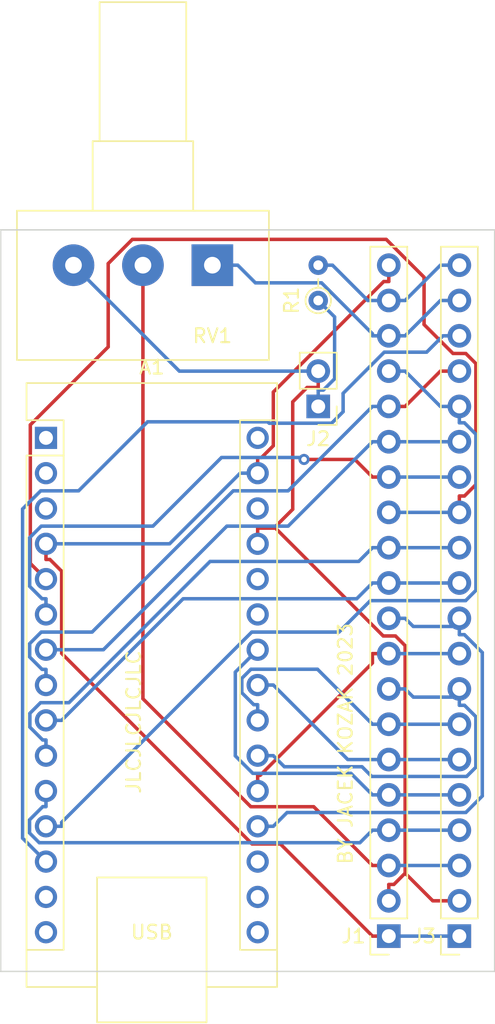
<source format=kicad_pcb>
(kicad_pcb (version 20221018) (generator pcbnew)
  (layers (0 "F.Cu" signal) (31 "B.Cu" signal) (34 "B.Paste" user) (35 "F.Paste" user) (36 "B.SilkS" user "B.Silkscreen") (37 "F.SilkS" user "F.Silkscreen") (38 "B.Mask" user) (39 "F.Mask" user) (44 "Edge.Cuts" user))
  (net 0 "")
  (net 4 "GND")
  (net 5 "DB7")
  (net 6 "CS1")
  (net 7 "CS2")
  (net 8 "DB4")
  (net 9 "DB5")
  (net 10 "RS")
  (net 11 "RST")
  (net 17 "DB3")
  (net 18 "DB2")
  (net 19 "DB1")
  (net 20 "DB0")
  (net 21 "E")
  (net 22 "RW")
  (net 25 "+5V")
  (net 28 "V0")
  (net 29 "DB6")
  (net 30 "VEE")
  (net 31 "LED+")
  (net 32 "Net-(J2-Pin_1)")
  (net 33 "CS3")
  (footprint "Potentiometer_THT:Potentiometer_Alps_RK163_Single_Horizontal" (layer "F.Cu") (at 66.04 43.18 -90)
    (fp_text reference "RV1" (at 5.08 0 -180) (layer "F.SilkS"))
    (fp_text value "10k")
    (fp_line (start -18.92 8.12) (end -18.92 1.88) (stroke (width 0.12)) (layer "F.SilkS"))
    (fp_line (start -8.92 1.88) (end -18.92 1.88) (stroke (width 0.12)) (layer "F.SilkS"))
    (fp_line (start -8.92 8.12) (end -18.92 8.12) (stroke (width 0.12)) (layer "F.SilkS"))
    (fp_line (start -8.92 8.62) (end -8.92 1.38) (stroke (width 0.12)) (layer "F.SilkS"))
    (fp_line (start -3.92 1.38) (end -8.92 1.38) (stroke (width 0.12)) (layer "F.SilkS"))
    (fp_line (start -3.92 8.62) (end -8.92 8.62) (stroke (width 0.12)) (layer "F.SilkS"))
    (fp_line (start -3.92 14.07) (end -3.92 -4.07) (stroke (width 0.12)) (layer "F.SilkS"))
    (fp_line (start 6.82 -4.07) (end -3.92 -4.07) (stroke (width 0.12)) (layer "F.SilkS"))
    (fp_line (start 6.82 14.07) (end -3.92 14.07) (stroke (width 0.12)) (layer "F.SilkS"))
    (fp_line (start 6.82 14.07) (end 6.82 -4.07) (stroke (width 0.12)) (layer "F.SilkS"))
    (pad "1" thru_hole rect (at 0 0 90) (size 3 3) (drill 1.2) (layers "*.Cu" "*.Mask") (net 30 "VEE"))
    (pad "2" thru_hole circle (at 0 5 90) (size 3 3) (drill 1.2) (layers "*.Cu" "*.Mask") (net 28 "V0"))
    (pad "3" thru_hole circle (at 0 10 90) (size 3 3) (drill 1.2) (layers "*.Cu" "*.Mask") (net 25 "+5V"))
  )
  (footprint "Connector_PinSocket_2.54mm:PinSocket_1x20_P2.54mm_Vertical" (layer "F.Cu") (at 83.82 91.44 180)
    (fp_text reference "J3" (at 2.54 0) (layer "F.SilkS"))
    (fp_text value "192x64")
    (fp_line (start -1.33 1.27) (end -1.33 49.59) (stroke (width 0.12)) (layer "F.SilkS"))
    (fp_line (start -1.33 1.27) (end 1.33 1.27) (stroke (width 0.12)) (layer "F.SilkS"))
    (fp_line (start -1.33 49.59) (end 1.33 49.59) (stroke (width 0.12)) (layer "F.SilkS"))
    (fp_line (start 0 -1.33) (end 1.33 -1.33) (stroke (width 0.12)) (layer "F.SilkS"))
    (fp_line (start 1.33 -1.33) (end 1.33 0) (stroke (width 0.12)) (layer "F.SilkS"))
    (fp_line (start 1.33 1.27) (end 1.33 49.59) (stroke (width 0.12)) (layer "F.SilkS"))
    (pad "1" thru_hole rect (at 0 0 180) (size 1.7 1.7) (drill 1) (layers "*.Cu" "*.Mask") (net 4 "GND"))
    (pad "2" thru_hole oval (at 0 2.54 180) (size 1.7 1.7) (drill 1) (layers "*.Cu" "*.Mask") (net 25 "+5V"))
    (pad "3" thru_hole oval (at 0 5.08 180) (size 1.7 1.7) (drill 1) (layers "*.Cu" "*.Mask") (net 28 "V0"))
    (pad "4" thru_hole oval (at 0 7.62 180) (size 1.7 1.7) (drill 1) (layers "*.Cu" "*.Mask") (net 10 "RS"))
    (pad "5" thru_hole oval (at 0 10.16 180) (size 1.7 1.7) (drill 1) (layers "*.Cu" "*.Mask") (net 22 "RW"))
    (pad "6" thru_hole oval (at 0 12.7 180) (size 1.7 1.7) (drill 1) (layers "*.Cu" "*.Mask") (net 21 "E"))
    (pad "7" thru_hole oval (at 0 15.24 180) (size 1.7 1.7) (drill 1) (layers "*.Cu" "*.Mask") (net 20 "DB0"))
    (pad "8" thru_hole oval (at 0 17.78 180) (size 1.7 1.7) (drill 1) (layers "*.Cu" "*.Mask") (net 19 "DB1"))
    (pad "9" thru_hole oval (at 0 20.32 180) (size 1.7 1.7) (drill 1) (layers "*.Cu" "*.Mask") (net 18 "DB2"))
    (pad "10" thru_hole oval (at 0 22.86 180) (size 1.7 1.7) (drill 1) (layers "*.Cu" "*.Mask") (net 17 "DB3"))
    (pad "11" thru_hole oval (at 0 25.4 180) (size 1.7 1.7) (drill 1) (layers "*.Cu" "*.Mask") (net 8 "DB4"))
    (pad "12" thru_hole oval (at 0 27.94 180) (size 1.7 1.7) (drill 1) (layers "*.Cu" "*.Mask") (net 9 "DB5"))
    (pad "13" thru_hole oval (at 0 30.48 180) (size 1.7 1.7) (drill 1) (layers "*.Cu" "*.Mask") (net 29 "DB6"))
    (pad "14" thru_hole oval (at 0 33.02 180) (size 1.7 1.7) (drill 1) (layers "*.Cu" "*.Mask") (net 5 "DB7"))
    (pad "15" thru_hole oval (at 0 35.56 180) (size 1.7 1.7) (drill 1) (layers "*.Cu" "*.Mask") (net 6 "CS1"))
    (pad "16" thru_hole oval (at 0 38.1 180) (size 1.7 1.7) (drill 1) (layers "*.Cu" "*.Mask") (net 11 "RST"))
    (pad "17" thru_hole oval (at 0 40.64 180) (size 1.7 1.7) (drill 1) (layers "*.Cu" "*.Mask") (net 7 "CS2"))
    (pad "18" thru_hole oval (at 0 43.18 180) (size 1.7 1.7) (drill 1) (layers "*.Cu" "*.Mask") (net 33 "CS3"))
    (pad "19" thru_hole oval (at 0 45.72 180) (size 1.7 1.7) (drill 1) (layers "*.Cu" "*.Mask") (net 30 "VEE"))
    (pad "20" thru_hole oval (at 0 48.26 180) (size 1.7 1.7) (drill 1) (layers "*.Cu" "*.Mask") (net 31 "LED+"))
  )
  (footprint "Resistor_THT:R_Axial_DIN0204_L3.6mm_D1.6mm_P2.54mm_Vertical" (layer "F.Cu") (at 73.66 45.72 90)
    (fp_text reference "R1" (at 0 -1.92 90) (layer "F.SilkS"))
    (fp_text value "R")
    (fp_line (start 0.92 0) (end 1.54 0) (stroke (width 0.12)) (layer "F.SilkS"))
    (fp_circle (center 0 0) (end 0.92 0) (stroke (width 0.12)) (fill none) (layer "F.SilkS"))
    (pad "1" thru_hole circle (at 0 0 90) (size 1.4 1.4) (drill 0.7) (layers "*.Cu" "*.Mask") (net 32 "Net-(J2-Pin_1)"))
    (pad "2" thru_hole oval (at 2.54 0 90) (size 1.4 1.4) (drill 0.7) (layers "*.Cu" "*.Mask") (net 31 "LED+"))
  )
  (footprint "Module:Arduino_Nano" (layer "F.Cu") (at 54.06 55.6)
    (fp_text reference "A1" (at 7.62 -5.08) (layer "F.SilkS"))
    (fp_text value "Arduino_Nano_v3.x")
    (fp_text user "USB" (at 7.62 35.56 unlocked) (layer "F.SilkS"))
    (fp_line (start -1.4 -3.94) (end -1.4 -1.27) (stroke (width 0.12)) (layer "F.SilkS"))
    (fp_line (start -1.4 1.27) (end -1.4 39.5) (stroke (width 0.12)) (layer "F.SilkS"))
    (fp_line (start -1.4 39.5) (end 3.68 39.5) (stroke (width 0.12)) (layer "F.SilkS"))
    (fp_line (start 1.27 -1.27) (end -1.4 -1.27) (stroke (width 0.12)) (layer "F.SilkS"))
    (fp_line (start 1.27 1.27) (end -1.4 1.27) (stroke (width 0.12)) (layer "F.SilkS"))
    (fp_line (start 1.27 1.27) (end 1.27 -1.27) (stroke (width 0.12)) (layer "F.SilkS"))
    (fp_line (start 1.27 1.27) (end 1.27 36.83) (stroke (width 0.12)) (layer "F.SilkS"))
    (fp_line (start 1.27 36.83) (end -1.4 36.83) (stroke (width 0.12)) (layer "F.SilkS"))
    (fp_line (start 3.68 31.62) (end 11.56 31.62) (stroke (width 0.12)) (layer "F.SilkS"))
    (fp_line (start 3.68 42.04) (end 3.68 31.62) (stroke (width 0.12)) (layer "F.SilkS"))
    (fp_line (start 11.56 31.62) (end 11.56 42.04) (stroke (width 0.12)) (layer "F.SilkS"))
    (fp_line (start 11.56 42.04) (end 3.68 42.04) (stroke (width 0.12)) (layer "F.SilkS"))
    (fp_line (start 13.97 -1.27) (end 13.97 36.83) (stroke (width 0.12)) (layer "F.SilkS"))
    (fp_line (start 13.97 -1.27) (end 16.64 -1.27) (stroke (width 0.12)) (layer "F.SilkS"))
    (fp_line (start 13.97 36.83) (end 16.64 36.83) (stroke (width 0.12)) (layer "F.SilkS"))
    (fp_line (start 16.64 -3.94) (end -1.4 -3.94) (stroke (width 0.12)) (layer "F.SilkS"))
    (fp_line (start 16.64 39.5) (end 11.56 39.5) (stroke (width 0.12)) (layer "F.SilkS"))
    (fp_line (start 16.64 39.5) (end 16.64 -3.94) (stroke (width 0.12)) (layer "F.SilkS"))
    (pad "1" thru_hole rect (at 0 0) (size 1.6 1.6) (drill 1) (layers "*.Cu" "*.Mask"))
    (pad "2" thru_hole oval (at 0 2.54) (size 1.6 1.6) (drill 1) (layers "*.Cu" "*.Mask"))
    (pad "3" thru_hole oval (at 0 5.08) (size 1.6 1.6) (drill 1) (layers "*.Cu" "*.Mask"))
    (pad "4" thru_hole oval (at 0 7.62) (size 1.6 1.6) (drill 1) (layers "*.Cu" "*.Mask") (net 4 "GND"))
    (pad "5" thru_hole oval (at 0 10.16) (size 1.6 1.6) (drill 1) (layers "*.Cu" "*.Mask") (net 29 "DB6"))
    (pad "6" thru_hole oval (at 0 12.7) (size 1.6 1.6) (drill 1) (layers "*.Cu" "*.Mask") (net 5 "DB7"))
    (pad "7" thru_hole oval (at 0 15.24) (size 1.6 1.6) (drill 1) (layers "*.Cu" "*.Mask") (net 6 "CS1"))
    (pad "8" thru_hole oval (at 0 17.78) (size 1.6 1.6) (drill 1) (layers "*.Cu" "*.Mask") (net 7 "CS2"))
    (pad "9" thru_hole oval (at 0 20.32) (size 1.6 1.6) (drill 1) (layers "*.Cu" "*.Mask") (net 8 "DB4"))
    (pad "10" thru_hole oval (at 0 22.86) (size 1.6 1.6) (drill 1) (layers "*.Cu" "*.Mask") (net 9 "DB5"))
    (pad "11" thru_hole oval (at 0 25.4) (size 1.6 1.6) (drill 1) (layers "*.Cu" "*.Mask") (net 10 "RS"))
    (pad "12" thru_hole oval (at 0 27.94) (size 1.6 1.6) (drill 1) (layers "*.Cu" "*.Mask") (net 11 "RST"))
    (pad "13" thru_hole oval (at 0 30.48) (size 1.6 1.6) (drill 1) (layers "*.Cu" "*.Mask") (net 33 "CS3"))
    (pad "14" thru_hole oval (at 0 33.02) (size 1.6 1.6) (drill 1) (layers "*.Cu" "*.Mask"))
    (pad "15" thru_hole oval (at 0 35.56) (size 1.6 1.6) (drill 1) (layers "*.Cu" "*.Mask"))
    (pad "16" thru_hole oval (at 15.24 35.56) (size 1.6 1.6) (drill 1) (layers "*.Cu" "*.Mask"))
    (pad "17" thru_hole oval (at 15.24 33.02) (size 1.6 1.6) (drill 1) (layers "*.Cu" "*.Mask"))
    (pad "18" thru_hole oval (at 15.24 30.48) (size 1.6 1.6) (drill 1) (layers "*.Cu" "*.Mask"))
    (pad "19" thru_hole oval (at 15.24 27.94) (size 1.6 1.6) (drill 1) (layers "*.Cu" "*.Mask") (net 17 "DB3"))
    (pad "20" thru_hole oval (at 15.24 25.4) (size 1.6 1.6) (drill 1) (layers "*.Cu" "*.Mask") (net 18 "DB2"))
    (pad "21" thru_hole oval (at 15.24 22.86) (size 1.6 1.6) (drill 1) (layers "*.Cu" "*.Mask") (net 19 "DB1"))
    (pad "22" thru_hole oval (at 15.24 20.32) (size 1.6 1.6) (drill 1) (layers "*.Cu" "*.Mask") (net 20 "DB0"))
    (pad "23" thru_hole oval (at 15.24 17.78) (size 1.6 1.6) (drill 1) (layers "*.Cu" "*.Mask") (net 21 "E"))
    (pad "24" thru_hole oval (at 15.24 15.24) (size 1.6 1.6) (drill 1) (layers "*.Cu" "*.Mask") (net 22 "RW"))
    (pad "25" thru_hole oval (at 15.24 12.7) (size 1.6 1.6) (drill 1) (layers "*.Cu" "*.Mask"))
    (pad "26" thru_hole oval (at 15.24 10.16) (size 1.6 1.6) (drill 1) (layers "*.Cu" "*.Mask"))
    (pad "27" thru_hole oval (at 15.24 7.62) (size 1.6 1.6) (drill 1) (layers "*.Cu" "*.Mask") (net 25 "+5V"))
    (pad "28" thru_hole oval (at 15.24 5.08) (size 1.6 1.6) (drill 1) (layers "*.Cu" "*.Mask"))
    (pad "29" thru_hole oval (at 15.24 2.54) (size 1.6 1.6) (drill 1) (layers "*.Cu" "*.Mask") (net 4 "GND"))
    (pad "30" thru_hole oval (at 15.24 0) (size 1.6 1.6) (drill 1) (layers "*.Cu" "*.Mask"))
  )
  (footprint "Connector_PinHeader_2.54mm:PinHeader_1x02_P2.54mm_Vertical" (layer "F.Cu") (at 73.66 53.34 180)
    (fp_text reference "J2" (at 0 -2.33) (layer "F.SilkS"))
    (fp_text value "BACKLIGHT")
    (fp_line (start -1.33 -1.33) (end 0 -1.33) (stroke (width 0.12)) (layer "F.SilkS"))
    (fp_line (start -1.33 0) (end -1.33 -1.33) (stroke (width 0.12)) (layer "F.SilkS"))
    (fp_line (start -1.33 1.27) (end -1.33 3.87) (stroke (width 0.12)) (layer "F.SilkS"))
    (fp_line (start -1.33 1.27) (end 1.33 1.27) (stroke (width 0.12)) (layer "F.SilkS"))
    (fp_line (start -1.33 3.87) (end 1.33 3.87) (stroke (width 0.12)) (layer "F.SilkS"))
    (fp_line (start 1.33 1.27) (end 1.33 3.87) (stroke (width 0.12)) (layer "F.SilkS"))
    (pad "1" thru_hole rect (at 0 0 180) (size 1.7 1.7) (drill 1) (layers "*.Cu" "*.Mask") (net 32 "Net-(J2-Pin_1)"))
    (pad "2" thru_hole oval (at 0 2.54 180) (size 1.7 1.7) (drill 1) (layers "*.Cu" "*.Mask") (net 25 "+5V"))
  )
  (footprint "Connector_PinSocket_2.54mm:PinSocket_1x20_P2.54mm_Vertical" (layer "F.Cu") (at 78.74 91.44 180)
    (fp_text reference "J1" (at 2.54 0) (layer "F.SilkS"))
    (fp_text value "128x64")
    (fp_line (start -1.33 1.27) (end -1.33 49.59) (stroke (width 0.12)) (layer "F.SilkS"))
    (fp_line (start -1.33 1.27) (end 1.33 1.27) (stroke (width 0.12)) (layer "F.SilkS"))
    (fp_line (start -1.33 49.59) (end 1.33 49.59) (stroke (width 0.12)) (layer "F.SilkS"))
    (fp_line (start 0 -1.33) (end 1.33 -1.33) (stroke (width 0.12)) (layer "F.SilkS"))
    (fp_line (start 1.33 -1.33) (end 1.33 0) (stroke (width 0.12)) (layer "F.SilkS"))
    (fp_line (start 1.33 1.27) (end 1.33 49.59) (stroke (width 0.12)) (layer "F.SilkS"))
    (pad "1" thru_hole rect (at 0 0 180) (size 1.7 1.7) (drill 1) (layers "*.Cu" "*.Mask") (net 4 "GND"))
    (pad "2" thru_hole oval (at 0 2.54 180) (size 1.7 1.7) (drill 1) (layers "*.Cu" "*.Mask") (net 25 "+5V"))
    (pad "3" thru_hole oval (at 0 5.08 180) (size 1.7 1.7) (drill 1) (layers "*.Cu" "*.Mask") (net 28 "V0"))
    (pad "4" thru_hole oval (at 0 7.62 180) (size 1.7 1.7) (drill 1) (layers "*.Cu" "*.Mask") (net 10 "RS"))
    (pad "5" thru_hole oval (at 0 10.16 180) (size 1.7 1.7) (drill 1) (layers "*.Cu" "*.Mask") (net 22 "RW"))
    (pad "6" thru_hole oval (at 0 12.7 180) (size 1.7 1.7) (drill 1) (layers "*.Cu" "*.Mask") (net 21 "E"))
    (pad "7" thru_hole oval (at 0 15.24 180) (size 1.7 1.7) (drill 1) (layers "*.Cu" "*.Mask") (net 20 "DB0"))
    (pad "8" thru_hole oval (at 0 17.78 180) (size 1.7 1.7) (drill 1) (layers "*.Cu" "*.Mask") (net 19 "DB1"))
    (pad "9" thru_hole oval (at 0 20.32 180) (size 1.7 1.7) (drill 1) (layers "*.Cu" "*.Mask") (net 18 "DB2"))
    (pad "10" thru_hole oval (at 0 22.86 180) (size 1.7 1.7) (drill 1) (layers "*.Cu" "*.Mask") (net 17 "DB3"))
    (pad "11" thru_hole oval (at 0 25.4 180) (size 1.7 1.7) (drill 1) (layers "*.Cu" "*.Mask") (net 8 "DB4"))
    (pad "12" thru_hole oval (at 0 27.94 180) (size 1.7 1.7) (drill 1) (layers "*.Cu" "*.Mask") (net 9 "DB5"))
    (pad "13" thru_hole oval (at 0 30.48 180) (size 1.7 1.7) (drill 1) (layers "*.Cu" "*.Mask") (net 29 "DB6"))
    (pad "14" thru_hole oval (at 0 33.02 180) (size 1.7 1.7) (drill 1) (layers "*.Cu" "*.Mask") (net 5 "DB7"))
    (pad "15" thru_hole oval (at 0 35.56 180) (size 1.7 1.7) (drill 1) (layers "*.Cu" "*.Mask") (net 6 "CS1"))
    (pad "16" thru_hole oval (at 0 38.1 180) (size 1.7 1.7) (drill 1) (layers "*.Cu" "*.Mask") (net 7 "CS2"))
    (pad "17" thru_hole oval (at 0 40.64 180) (size 1.7 1.7) (drill 1) (layers "*.Cu" "*.Mask") (net 11 "RST"))
    (pad "18" thru_hole oval (at 0 43.18 180) (size 1.7 1.7) (drill 1) (layers "*.Cu" "*.Mask") (net 30 "VEE"))
    (pad "19" thru_hole oval (at 0 45.72 180) (size 1.7 1.7) (drill 1) (layers "*.Cu" "*.Mask") (net 31 "LED+"))
    (pad "20" thru_hole oval (at 0 48.26 180) (size 1.7 1.7) (drill 1) (layers "*.Cu" "*.Mask") (net 4 "GND"))
  )
  (gr_line (start 50.8 93.98) (end 86.36 93.98) (stroke (width 0.1)) (layer "Edge.Cuts"))
  (gr_line (start 50.8 40.64) (end 50.8 93.98) (stroke (width 0.1)) (layer "Edge.Cuts"))
  (gr_line (start 86.36 93.98) (end 86.36 40.64) (stroke (width 0.1)) (layer "Edge.Cuts"))
  (gr_line (start 86.36 40.64) (end 50.8 40.64) (stroke (width 0.1)) (layer "Edge.Cuts"))
  (gr_text "JLCJLCJLCJLC" (at 60.96 81.28 90) (layer "F.SilkS") (effects (font (size 1 1)) (justify left bottom)))
  (gr_text "BY JACEK KOZAK 2023" (at 76.2 86.36 90) (layer "F.SilkS") (effects (font (size 1 1)) (justify left bottom)))
  (segment (start 55.1869 71.1015) (end 68.8954 84.81) (width 0.25) (layer "F.Cu") (net 4))
  (segment (start 70.9331 84.81) (end 77.5631 91.44) (width 0.25) (layer "F.Cu") (net 4))
  (segment (start 78.74 44.3569) (end 78.74 43.18) (width 0.25) (layer "F.Cu") (net 4))
  (segment (start 55.1869 65.192) (end 55.1869 71.1015) (width 0.25) (layer "F.Cu") (net 4))
  (segment (start 70.4269 56.168) (end 70.4269 52.3042) (width 0.25) (layer "F.Cu") (net 4))
  (segment (start 78.3742 44.3569) (end 78.74 44.3569) (width 0.25) (layer "F.Cu") (net 4))
  (segment (start 70.4269 52.3042) (end 78.3742 44.3569) (width 0.25) (layer "F.Cu") (net 4))
  (segment (start 54.3418 64.3469) (end 55.1869 65.192) (width 0.25) (layer "F.Cu") (net 4))
  (segment (start 69.5818 57.0131) (end 70.4269 56.168) (width 0.25) (layer "F.Cu") (net 4))
  (segment (start 68.8954 84.81) (end 70.9331 84.81) (width 0.25) (layer "F.Cu") (net 4))
  (segment (start 69.3 58.14) (end 69.3 57.0131) (width 0.25) (layer "F.Cu") (net 4))
  (segment (start 69.3 57.0131) (end 69.5818 57.0131) (width 0.25) (layer "F.Cu") (net 4))
  (segment (start 54.06 63.22) (end 54.06 64.3469) (width 0.25) (layer "F.Cu") (net 4))
  (segment (start 54.06 64.3469) (end 54.3418 64.3469) (width 0.25) (layer "F.Cu") (net 4))
  (segment (start 77.5631 91.44) (end 78.74 91.44) (width 0.25) (layer "F.Cu") (net 4))
  (segment (start 78.74 91.44) (end 83.82 91.44) (width 0.25) (layer "B.Cu") (net 4))
  (segment (start 69.3 58.14) (end 68.0398 58.14) (width 0.25) (layer "B.Cu") (net 4))
  (segment (start 62.9598 63.22) (end 54.06 63.22) (width 0.25) (layer "B.Cu") (net 4))
  (segment (start 68.0398 58.14) (end 62.9598 63.22) (width 0.25) (layer "B.Cu") (net 4))
  (segment (start 78.74 58.42) (end 77.5631 58.42) (width 0.25) (layer "F.Cu") (net 5))
  (segment (start 76.2959 57.1528) (end 72.6382 57.1528) (width 0.25) (layer "F.Cu") (net 5))
  (segment (start 77.5631 58.42) (end 76.2959 57.1528) (width 0.25) (layer "F.Cu") (net 5))
  (via (at 72.6382 57.1528) (size 0.8) (drill 0.4) (layers "F.Cu" "B.Cu") (net 5))
  (segment (start 66.6988 57.0114) (end 72.4968 57.0114) (width 0.25) (layer "B.Cu") (net 5))
  (segment (start 52.8878 66.2826) (end 52.8878 62.78) (width 0.25) (layer "B.Cu") (net 5))
  (segment (start 53.7178 61.95) (end 61.7602 61.95) (width 0.25) (layer "B.Cu") (net 5))
  (segment (start 78.74 58.42) (end 83.82 58.42) (width 0.25) (layer "B.Cu") (net 5))
  (segment (start 53.7783 67.1731) (end 52.8878 66.2826) (width 0.25) (layer "B.Cu") (net 5))
  (segment (start 54.06 67.1731) (end 53.7783 67.1731) (width 0.25) (layer "B.Cu") (net 5))
  (segment (start 72.4968 57.0114) (end 72.6382 57.1528) (width 0.25) (layer "B.Cu") (net 5))
  (segment (start 61.7602 61.95) (end 66.6988 57.0114) (width 0.25) (layer "B.Cu") (net 5))
  (segment (start 54.06 68.3) (end 54.06 67.1731) (width 0.25) (layer "B.Cu") (net 5))
  (segment (start 52.8878 62.78) (end 53.7178 61.95) (width 0.25) (layer "B.Cu") (net 5))
  (segment (start 58.1923 70.84) (end 67.0823 61.95) (width 0.25) (layer "B.Cu") (net 6))
  (segment (start 67.0823 61.95) (end 71.4931 61.95) (width 0.25) (layer "B.Cu") (net 6))
  (segment (start 71.4931 61.95) (end 77.5631 55.88) (width 0.25) (layer "B.Cu") (net 6))
  (segment (start 77.5631 55.88) (end 78.74 55.88) (width 0.25) (layer "B.Cu") (net 6))
  (segment (start 78.74 55.88) (end 83.82 55.88) (width 0.25) (layer "B.Cu") (net 6))
  (segment (start 54.06 70.84) (end 58.1923 70.84) (width 0.25) (layer "B.Cu") (net 6))
  (segment (start 78.74 53.34) (end 79.9169 53.34) (width 0.25) (layer "F.Cu") (net 7))
  (segment (start 79.9169 53.34) (end 82.4569 50.8) (width 0.25) (layer "F.Cu") (net 7))
  (segment (start 82.4569 50.8) (end 83.82 50.8) (width 0.25) (layer "F.Cu") (net 7))
  (segment (start 53.7783 72.2531) (end 52.8878 71.3626) (width 0.25) (layer "B.Cu") (net 7))
  (segment (start 53.7178 69.57) (end 57.3799 69.57) (width 0.25) (layer "B.Cu") (net 7))
  (segment (start 71.4931 59.41) (end 77.5631 53.34) (width 0.25) (layer "B.Cu") (net 7))
  (segment (start 52.8878 70.4) (end 53.7178 69.57) (width 0.25) (layer "B.Cu") (net 7))
  (segment (start 67.5399 59.41) (end 71.4931 59.41) (width 0.25) (layer "B.Cu") (net 7))
  (segment (start 54.06 73.38) (end 54.06 72.2531) (width 0.25) (layer "B.Cu") (net 7))
  (segment (start 54.06 72.2531) (end 53.7783 72.2531) (width 0.25) (layer "B.Cu") (net 7))
  (segment (start 77.5631 53.34) (end 78.74 53.34) (width 0.25) (layer "B.Cu") (net 7))
  (segment (start 57.3799 69.57) (end 67.5399 59.41) (width 0.25) (layer "B.Cu") (net 7))
  (segment (start 52.8878 71.3626) (end 52.8878 70.4) (width 0.25) (layer "B.Cu") (net 7))
  (segment (start 63.9338 67.1731) (end 55.1869 75.92) (width 0.25) (layer "B.Cu") (net 8))
  (segment (start 76.43 67.1731) (end 63.9338 67.1731) (width 0.25) (layer "B.Cu") (net 8))
  (segment (start 78.74 66.04) (end 77.5631 66.04) (width 0.25) (layer "B.Cu") (net 8))
  (segment (start 78.74 66.04) (end 83.82 66.04) (width 0.25) (layer "B.Cu") (net 8))
  (segment (start 55.1869 75.92) (end 54.06 75.92) (width 0.25) (layer "B.Cu") (net 8))
  (segment (start 77.5631 66.04) (end 76.43 67.1731) (width 0.25) (layer "B.Cu") (net 8))
  (segment (start 76.5731 64.49) (end 65.8739 64.49) (width 0.25) (layer "B.Cu") (net 9))
  (segment (start 78.74 63.5) (end 77.5631 63.5) (width 0.25) (layer "B.Cu") (net 9))
  (segment (start 52.9006 75.4157) (end 52.9006 76.4072) (width 0.25) (layer "B.Cu") (net 9))
  (segment (start 77.5631 63.5) (end 76.5731 64.49) (width 0.25) (layer "B.Cu") (net 9))
  (segment (start 52.9006 76.4072) (end 53.8265 77.3331) (width 0.25) (layer "B.Cu") (net 9))
  (segment (start 53.6663 74.65) (end 52.9006 75.4157) (width 0.25) (layer "B.Cu") (net 9))
  (segment (start 54.06 77.3331) (end 54.06 78.46) (width 0.25) (layer "B.Cu") (net 9))
  (segment (start 65.8739 64.49) (end 55.7139 74.65) (width 0.25) (layer "B.Cu") (net 9))
  (segment (start 53.8265 77.3331) (end 54.06 77.3331) (width 0.25) (layer "B.Cu") (net 9))
  (segment (start 55.7139 74.65) (end 53.6663 74.65) (width 0.25) (layer "B.Cu") (net 9))
  (segment (start 83.82 63.5) (end 78.74 63.5) (width 0.25) (layer "B.Cu") (net 9))
  (segment (start 53.8265 82.1269) (end 54.06 82.1269) (width 0.25) (layer "B.Cu") (net 10))
  (segment (start 78.74 83.82) (end 83.82 83.82) (width 0.25) (layer "B.Cu") (net 10))
  (segment (start 77.5631 83.82) (end 76.6617 84.7214) (width 0.25) (layer "B.Cu") (net 10))
  (segment (start 52.8785 83.0749) (end 53.8265 82.1269) (width 0.25) (layer "B.Cu") (net 10))
  (segment (start 76.6617 84.7214) (end 53.5777 84.7214) (width 0.25) (layer "B.Cu") (net 10))
  (segment (start 78.74 83.82) (end 77.5631 83.82) (width 0.25) (layer "B.Cu") (net 10))
  (segment (start 52.8785 84.0222) (end 52.8785 83.0749) (width 0.25) (layer "B.Cu") (net 10))
  (segment (start 53.5777 84.7214) (end 52.8785 84.0222) (width 0.25) (layer "B.Cu") (net 10))
  (segment (start 54.06 82.1269) (end 54.06 81) (width 0.25) (layer "B.Cu") (net 10))
  (segment (start 79.9169 50.8) (end 82.4569 53.34) (width 0.25) (layer "B.Cu") (net 11))
  (segment (start 55.1869 83.54) (end 55.1869 83.2583) (width 0.25) (layer "B.Cu") (net 11))
  (segment (start 68.8752 69.57) (end 75.1535 69.57) (width 0.25) (layer "B.Cu") (net 11))
  (segment (start 77.4135 67.31) (end 84.2696 67.31) (width 0.25) (layer "B.Cu") (net 11))
  (segment (start 75.1535 69.57) (end 77.4135 67.31) (width 0.25) (layer "B.Cu") (net 11))
  (segment (start 78.74 50.8) (end 79.9169 50.8) (width 0.25) (layer "B.Cu") (net 11))
  (segment (start 54.06 83.54) (end 55.1869 83.54) (width 0.25) (layer "B.Cu") (net 11))
  (segment (start 84.2696 67.31) (end 85.013 66.5666) (width 0.25) (layer "B.Cu") (net 11))
  (segment (start 82.4569 53.34) (end 83.82 53.34) (width 0.25) (layer "B.Cu") (net 11))
  (segment (start 55.1869 83.2583) (end 68.8752 69.57) (width 0.25) (layer "B.Cu") (net 11))
  (segment (start 85.013 55.3441) (end 84.1858 54.5169) (width 0.25) (layer "B.Cu") (net 11))
  (segment (start 83.82 54.5169) (end 83.82 53.34) (width 0.25) (layer "B.Cu") (net 11))
  (segment (start 85.013 66.5666) (end 85.013 55.3441) (width 0.25) (layer "B.Cu") (net 11))
  (segment (start 84.1858 54.5169) (end 83.82 54.5169) (width 0.25) (layer "B.Cu") (net 11))
  (segment (start 70.4269 83.54) (end 71.4169 82.55) (width 0.25) (layer "B.Cu") (net 17))
  (segment (start 83.82 69.7569) (end 83.82 69.1684) (width 0.25) (layer "B.Cu") (net 17))
  (segment (start 78.74 68.58) (end 79.9169 68.58) (width 0.25) (layer "B.Cu") (net 17))
  (segment (start 84.1878 69.7569) (end 83.82 69.7569) (width 0.25) (layer "B.Cu") (net 17))
  (segment (start 69.3 83.54) (end 70.4269 83.54) (width 0.25) (layer "B.Cu") (net 17))
  (segment (start 71.4169 82.55) (end 84.2831 82.55) (width 0.25) (layer "B.Cu") (net 17))
  (segment (start 79.9169 68.58) (end 80.5053 69.1684) (width 0.25) (layer "B.Cu") (net 17))
  (segment (start 80.5053 69.1684) (end 83.82 69.1684) (width 0.25) (layer "B.Cu") (net 17))
  (segment (start 85.4706 71.0397) (end 84.1878 69.7569) (width 0.25) (layer "B.Cu") (net 17))
  (segment (start 84.2831 82.55) (end 85.4706 81.3625) (width 0.25) (layer "B.Cu") (net 17))
  (segment (start 83.82 68.58) (end 83.82 69.1684) (width 0.25) (layer "B.Cu") (net 17))
  (segment (start 85.4706 81.3625) (end 85.4706 71.0397) (width 0.25) (layer "B.Cu") (net 17))
  (segment (start 77.5631 71.7907) (end 77.5631 71.12) (width 0.25) (layer "F.Cu") (net 18))
  (segment (start 69.3 81) (end 69.3 79.8731) (width 0.25) (layer "F.Cu") (net 18))
  (segment (start 69.3 79.8731) (end 69.4807 79.8731) (width 0.25) (layer "F.Cu") (net 18))
  (segment (start 69.4807 79.8731) (end 77.5631 71.7907) (width 0.25) (layer "F.Cu") (net 18))
  (segment (start 77.5631 71.12) (end 78.74 71.12) (width 0.25) (layer "F.Cu") (net 18))
  (segment (start 78.74 71.12) (end 83.82 71.12) (width 0.25) (layer "B.Cu") (net 18))
  (segment (start 77.5097 79.9551) (end 76.8114 79.2568) (width 0.25) (layer "B.Cu") (net 19))
  (segment (start 71.2237 79.2568) (end 70.4269 78.46) (width 0.25) (layer "B.Cu") (net 19))
  (segment (start 79.9169 73.66) (end 80.5053 74.2484) (width 0.25) (layer "B.Cu") (net 19))
  (segment (start 84.344 79.9551) (end 77.5097 79.9551) (width 0.25) (layer "B.Cu") (net 19))
  (segment (start 83.82 74.2484) (end 83.82 74.8369) (width 0.25) (layer "B.Cu") (net 19))
  (segment (start 80.5053 74.2484) (end 83.82 74.2484) (width 0.25) (layer "B.Cu") (net 19))
  (segment (start 70.4269 78.46) (end 69.3 78.46) (width 0.25) (layer "B.Cu") (net 19))
  (segment (start 83.82 73.66) (end 83.82 74.2484) (width 0.25) (layer "B.Cu") (net 19))
  (segment (start 85.0071 79.292) (end 84.344 79.9551) (width 0.25) (layer "B.Cu") (net 19))
  (segment (start 84.1878 74.8369) (end 85.0071 75.6562) (width 0.25) (layer "B.Cu") (net 19))
  (segment (start 83.82 74.8369) (end 84.1878 74.8369) (width 0.25) (layer "B.Cu") (net 19))
  (segment (start 76.8114 79.2568) (end 71.2237 79.2568) (width 0.25) (layer "B.Cu") (net 19))
  (segment (start 85.0071 75.6562) (end 85.0071 79.292) (width 0.25) (layer "B.Cu") (net 19))
  (segment (start 78.74 73.66) (end 79.9169 73.66) (width 0.25) (layer "B.Cu") (net 19))
  (segment (start 68.8149 72.2429) (end 73.606 72.2429) (width 0.25) (layer "B.Cu") (net 20))
  (segment (start 69.0183 74.7931) (end 68.1578 73.9326) (width 0.25) (layer "B.Cu") (net 20))
  (segment (start 73.606 72.2429) (end 77.5631 76.2) (width 0.25) (layer "B.Cu") (net 20))
  (segment (start 68.1578 72.9) (end 68.8149 72.2429) (width 0.25) (layer "B.Cu") (net 20))
  (segment (start 69.3 75.92) (end 69.3 74.7931) (width 0.25) (layer "B.Cu") (net 20))
  (segment (start 77.5631 76.2) (end 78.74 76.2) (width 0.25) (layer "B.Cu") (net 20))
  (segment (start 69.3 74.7931) (end 69.0183 74.7931) (width 0.25) (layer "B.Cu") (net 20))
  (segment (start 78.74 76.2) (end 83.82 76.2) (width 0.25) (layer "B.Cu") (net 20))
  (segment (start 68.1578 73.9326) (end 68.1578 72.9) (width 0.25) (layer "B.Cu") (net 20))
  (segment (start 69.3 73.38) (end 70.4269 73.38) (width 0.25) (layer "B.Cu") (net 21))
  (segment (start 75.7869 78.74) (end 78.74 78.74) (width 0.25) (layer "B.Cu") (net 21))
  (segment (start 70.4269 73.38) (end 75.7869 78.74) (width 0.25) (layer "B.Cu") (net 21))
  (segment (start 78.74 78.74) (end 83.82 78.74) (width 0.25) (layer "B.Cu") (net 21))
  (segment (start 83.82 81.28) (end 78.74 81.28) (width 0.25) (layer "B.Cu") (net 22))
  (segment (start 67.6905 78.4725) (end 68.9495 79.7315) (width 0.25) (layer "B.Cu") (net 22))
  (segment (start 67.6905 72.4495) (end 67.6905 78.4725) (width 0.25) (layer "B.Cu") (net 22))
  (segment (start 69.3 70.84) (end 67.6905 72.4495) (width 0.25) (layer "B.Cu") (net 22))
  (segment (start 77.5631 81.28) (end 78.74 81.28) (width 0.25) (layer "B.Cu") (net 22))
  (segment (start 68.9495 79.7315) (end 76.0146 79.7315) (width 0.25) (layer "B.Cu") (net 22))
  (segment (start 76.0146 79.7315) (end 77.5631 81.28) (width 0.25) (layer "B.Cu") (net 22))
  (segment (start 79.9169 86.912) (end 79.9169 70.5447) (width 0.25) (layer "F.Cu") (net 25))
  (segment (start 72.8572 51.9769) (end 73.66 51.9769) (width 0.25) (layer "F.Cu") (net 25))
  (segment (start 81.9049 88.9) (end 83.82 88.9) (width 0.25) (layer "F.Cu") (net 25))
  (segment (start 70.5246 62.0366) (end 71.8238 60.7374) (width 0.25) (layer "F.Cu") (net 25))
  (segment (start 79.2222 69.85) (end 78.338 69.85) (width 0.25) (layer "F.Cu") (net 25))
  (segment (start 70.4681 62.0931) (end 70.5246 62.0366) (width 0.25) (layer "F.Cu") (net 25))
  (segment (start 79.9169 70.5447) (end 79.2222 69.85) (width 0.25) (layer "F.Cu") (net 25))
  (segment (start 78.338 69.85) (end 70.5246 62.0366) (width 0.25) (layer "F.Cu") (net 25))
  (segment (start 79.1058 87.7231) (end 79.9169 86.912) (width 0.25) (layer "F.Cu") (net 25))
  (segment (start 69.3 62.0931) (end 70.4681 62.0931) (width 0.25) (layer "F.Cu") (net 25))
  (segment (start 73.66 51.9769) (end 73.66 50.8) (width 0.25) (layer "F.Cu") (net 25))
  (segment (start 79.9169 86.912) (end 81.9049 88.9) (width 0.25) (layer "F.Cu") (net 25))
  (segment (start 71.8238 53.0103) (end 72.8572 51.9769) (width 0.25) (layer "F.Cu") (net 25))
  (segment (start 69.3 63.22) (end 69.3 62.0931) (width 0.25) (layer "F.Cu") (net 25))
  (segment (start 78.74 87.7231) (end 79.1058 87.7231) (width 0.25) (layer "F.Cu") (net 25))
  (segment (start 71.8238 60.7374) (end 71.8238 53.0103) (width 0.25) (layer "F.Cu") (net 25))
  (segment (start 78.74 88.9) (end 78.74 87.7231) (width 0.25) (layer "F.Cu") (net 25))
  (segment (start 73.66 50.8) (end 63.66 50.8) (width 0.25) (layer "B.Cu") (net 25))
  (segment (start 63.66 50.8) (end 56.04 43.18) (width 0.25) (layer "B.Cu") (net 25))
  (segment (start 68.8063 82.1326) (end 61.04 74.3663) (width 0.25) (layer "F.Cu") (net 28))
  (segment (start 73.3357 82.1326) (end 68.8063 82.1326) (width 0.25) (layer "F.Cu") (net 28))
  (segment (start 77.5631 86.36) (end 73.3357 82.1326) (width 0.25) (layer "F.Cu") (net 28))
  (segment (start 61.04 74.3663) (end 61.04 43.18) (width 0.25) (layer "F.Cu") (net 28))
  (segment (start 78.74 86.36) (end 77.5631 86.36) (width 0.25) (layer "F.Cu") (net 28))
  (segment (start 78.74 86.36) (end 83.82 86.36) (width 0.25) (layer "B.Cu") (net 28))
  (segment (start 83.82 60.96) (end 83.82 59.7831) (width 0.25) (layer "F.Cu") (net 29))
  (segment (start 58.5401 43.0638) (end 58.5401 49.0576) (width 0.25) (layer "F.Cu") (net 29))
  (segment (start 52.9325 64.6325) (end 54.06 65.76) (width 0.25) (layer "F.Cu") (net 29))
  (segment (start 84.2821 49.53) (end 83.361 49.53) (width 0.25) (layer "F.Cu") (net 29))
  (segment (start 83.82 59.7831) (end 84.1878 59.7831) (width 0.25) (layer "F.Cu") (net 29))
  (segment (start 81.28 44.0463) (end 78.5572 41.3235) (width 0.25) (layer "F.Cu") (net 29))
  (segment (start 78.5572 41.3235) (end 60.2804 41.3235) (width 0.25) (layer "F.Cu") (net 29))
  (segment (start 58.5401 49.0576) (end 52.9325 54.6652) (width 0.25) (layer "F.Cu") (net 29))
  (segment (start 83.361 49.53) (end 81.28 47.449) (width 0.25) (layer "F.Cu") (net 29))
  (segment (start 84.1878 59.7831) (end 85.0092 58.9617) (width 0.25) (layer "F.Cu") (net 29))
  (segment (start 85.0092 50.2571) (end 84.2821 49.53) (width 0.25) (layer "F.Cu") (net 29))
  (segment (start 81.28 47.449) (end 81.28 44.0463) (width 0.25) (layer "F.Cu") (net 29))
  (segment (start 60.2804 41.3235) (end 58.5401 43.0638) (width 0.25) (layer "F.Cu") (net 29))
  (segment (start 52.9325 54.6652) (end 52.9325 64.6325) (width 0.25) (layer "F.Cu") (net 29))
  (segment (start 85.0092 58.9617) (end 85.0092 50.2571) (width 0.25) (layer "F.Cu") (net 29))
  (segment (start 78.74 60.96) (end 83.82 60.96) (width 0.25) (layer "B.Cu") (net 29))
  (segment (start 79.9169 48.26) (end 78.74 48.26) (width 0.25) (layer "B.Cu") (net 30))
  (segment (start 77.5631 48.1129) (end 73.9002 44.45) (width 0.25) (layer "B.Cu") (net 30))
  (segment (start 83.82 45.72) (end 82.4569 45.72) (width 0.25) (layer "B.Cu") (net 30))
  (segment (start 82.4569 45.72) (end 79.9169 48.26) (width 0.25) (layer "B.Cu") (net 30))
  (segment (start 77.5631 48.26) (end 77.5631 48.1129) (width 0.25) (layer "B.Cu") (net 30))
  (segment (start 67.8669 43.18) (end 66.04 43.18) (width 0.25) (layer "B.Cu") (net 30))
  (segment (start 73.9002 44.45) (end 69.1369 44.45) (width 0.25) (layer "B.Cu") (net 30))
  (segment (start 78.74 48.26) (end 77.5631 48.26) (width 0.25) (layer "B.Cu") (net 30))
  (segment (start 69.1369 44.45) (end 67.8669 43.18) (width 0.25) (layer "B.Cu") (net 30))
  (segment (start 78.74 45.72) (end 79.9169 45.72) (width 0.25) (layer "B.Cu") (net 31))
  (segment (start 82.4569 43.18) (end 83.82 43.18) (width 0.25) (layer "B.Cu") (net 31))
  (segment (start 74.6869 43.18) (end 77.2269 45.72) (width 0.25) (layer "B.Cu") (net 31))
  (segment (start 77.2269 45.72) (end 78.74 45.72) (width 0.25) (layer "B.Cu") (net 31))
  (segment (start 73.66 43.18) (end 74.6869 43.18) (width 0.25) (layer "B.Cu") (net 31))
  (segment (start 79.9169 45.72) (end 82.4569 43.18) (width 0.25) (layer "B.Cu") (net 31))
  (segment (start 73.66 53.34) (end 73.66 52.1631) (width 0.25) (layer "B.Cu") (net 32))
  (segment (start 74.0278 52.1631) (end 74.8393 51.3516) (width 0.25) (layer "B.Cu") (net 32))
  (segment (start 73.66 52.1631) (end 74.0278 52.1631) (width 0.25) (layer "B.Cu") (net 32))
  (segment (start 74.8393 51.3516) (end 74.8393 46.8993) (width 0.25) (layer "B.Cu") (net 32))
  (segment (start 74.8393 46.8993) (end 73.66 45.72) (width 0.25) (layer "B.Cu") (net 32))
  (segment (start 70.0267 54.4462) (end 61.3711 54.4462) (width 0.25) (layer "B.Cu") (net 33))
  (segment (start 61.3711 54.4462) (end 56.4073 59.41) (width 0.25) (layer "B.Cu") (net 33))
  (segment (start 52.3762 60.7145) (end 52.3762 84.3962) (width 0.25) (layer "B.Cu") (net 33))
  (segment (start 75.4524 52.3974) (end 75.4524 53.7211) (width 0.25) (layer "B.Cu") (net 33))
  (segment (start 74.6273 54.5462) (end 70.1267 54.5462) (width 0.25) (layer "B.Cu") (net 33))
  (segment (start 56.4073 59.41) (end 53.6807 59.41) (width 0.25) (layer "B.Cu") (net 33))
  (segment (start 75.4524 53.7211) (end 74.6273 54.5462) (width 0.25) (layer "B.Cu") (net 33))
  (segment (start 78.4129 49.4369) (end 75.4524 52.3974) (width 0.25) (layer "B.Cu") (net 33))
  (segment (start 83.82 48.26) (end 82.6431 48.26) (width 0.25) (layer "B.Cu") (net 33))
  (segment (start 82.6431 48.26) (end 81.4662 49.4369) (width 0.25) (layer "B.Cu") (net 33))
  (segment (start 70.1267 54.5462) (end 70.0267 54.4462) (width 0.25) (layer "B.Cu") (net 33))
  (segment (start 52.3762 84.3962) (end 54.06 86.08) (width 0.25) (layer "B.Cu") (net 33))
  (segment (start 81.4662 49.4369) (end 78.4129 49.4369) (width 0.25) (layer "B.Cu") (net 33))
  (segment (start 53.6807 59.41) (end 52.3762 60.7145) (width 0.25) (layer "B.Cu") (net 33))
)
</source>
